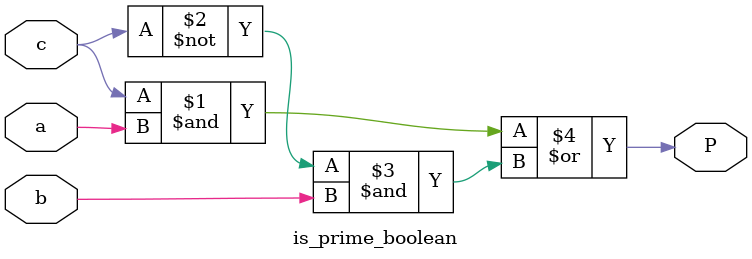
<source format=v>
`timescale 1ns / 1ps


module is_prime_boolean(
    input c,
    input b,
    input a,
    output P
    );
      assign P = (c & a) | (~c & b);
endmodule







</source>
